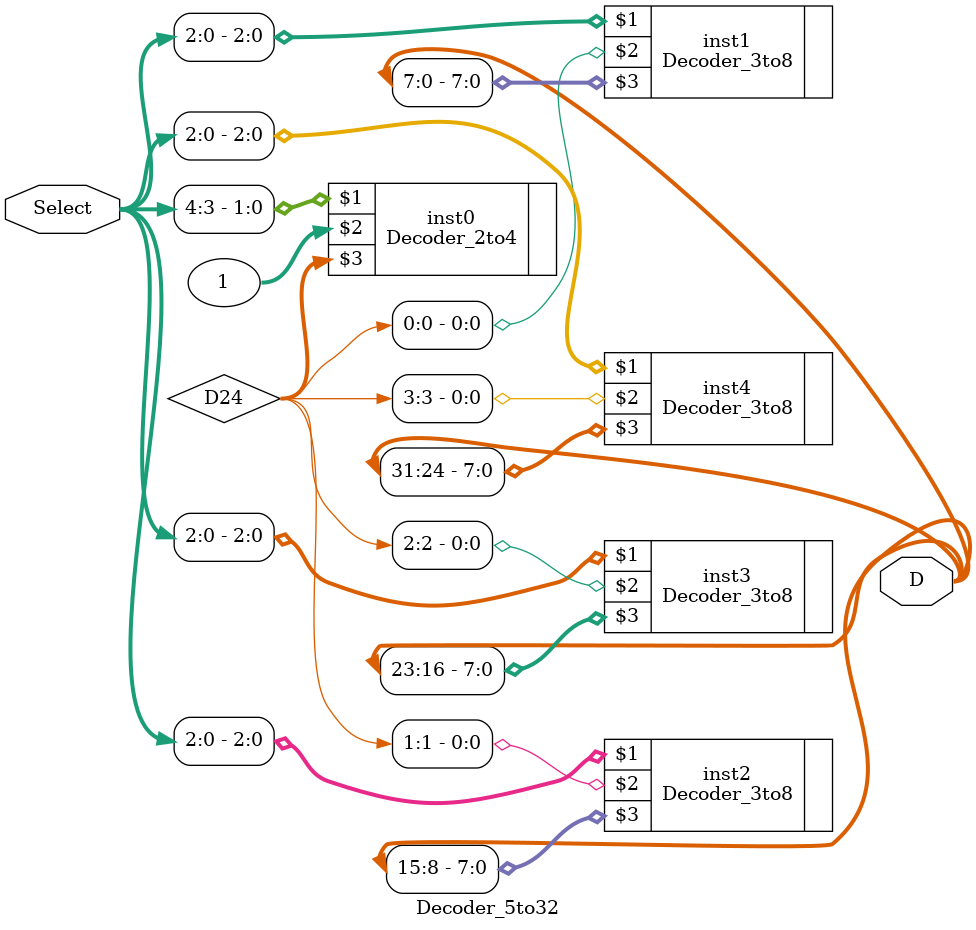
<source format=v>
module Decoder_5to32(Select, D);
//define_IO
	input [4:0] Select;
	output [31:0] D;
	
//define_wire/reg
	wire [3:0] D24;
	
//body
	Decoder_2to4 inst0 (Select[4:3], 1, D24[3:0]);
	Decoder_3to8 inst1 (Select[2:0], D24[0], D[7:0]);
	Decoder_3to8 inst2 (Select[2:0], D24[1], D[15:8]);
	Decoder_3to8 inst3 (Select[2:0], D24[2], D[23:16]);
	Decoder_3to8 inst4 (Select[2:0], D24[3], D[31:24]);
	
endmodule

</source>
